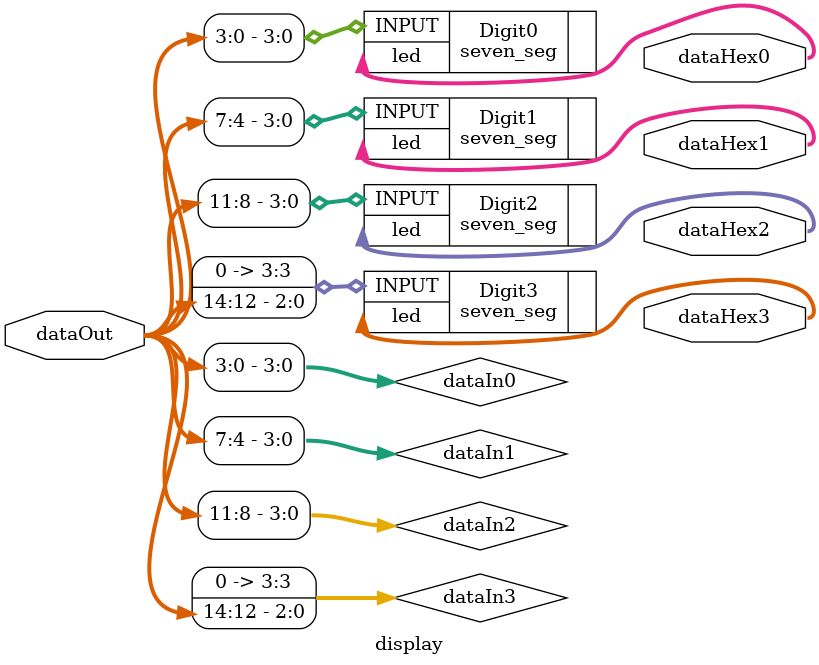
<source format=sv>
module display(input logic [14:0] dataOut,
output logic [6:0] dataHex3, dataHex2, dataHex1, dataHex0); 
	logic [3:0] dataIn3;
	logic [3:0] dataIn2;
	logic [3:0] dataIn1, dataIn0;
	
	assign dataIn0 = dataOut[3:0];
	assign dataIn1 = dataOut[7:4];
	assign dataIn2 = dataOut[11:8];
	assign dataIn3 = dataOut[14:12];
	
	seven_seg Digit0(.INPUT(dataIn0), .led(dataHex0));
	seven_seg Digit1(.INPUT(dataIn1), .led(dataHex1));
	seven_seg Digit2(.INPUT(dataIn2), .led(dataHex2));
	seven_seg Digit3(.INPUT(dataIn3), .led(dataHex3));
endmodule 
</source>
